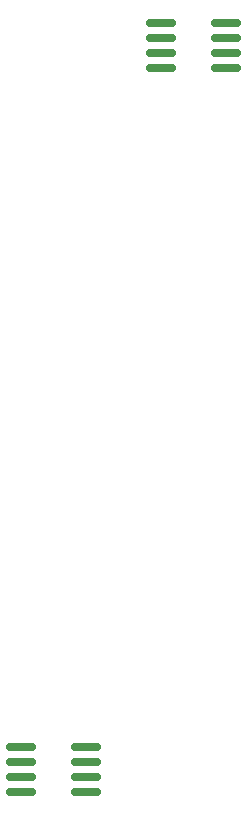
<source format=gtp>
G04 #@! TF.GenerationSoftware,KiCad,Pcbnew,7.0.1*
G04 #@! TF.CreationDate,2023-11-10T14:13:51-08:00*
G04 #@! TF.ProjectId,AtInverter_v1,4174496e-7665-4727-9465-725f76312e6b,v1*
G04 #@! TF.SameCoordinates,Original*
G04 #@! TF.FileFunction,Paste,Top*
G04 #@! TF.FilePolarity,Positive*
%FSLAX46Y46*%
G04 Gerber Fmt 4.6, Leading zero omitted, Abs format (unit mm)*
G04 Created by KiCad (PCBNEW 7.0.1) date 2023-11-10 14:13:51*
%MOMM*%
%LPD*%
G01*
G04 APERTURE LIST*
G04 Aperture macros list*
%AMRoundRect*
0 Rectangle with rounded corners*
0 $1 Rounding radius*
0 $2 $3 $4 $5 $6 $7 $8 $9 X,Y pos of 4 corners*
0 Add a 4 corners polygon primitive as box body*
4,1,4,$2,$3,$4,$5,$6,$7,$8,$9,$2,$3,0*
0 Add four circle primitives for the rounded corners*
1,1,$1+$1,$2,$3*
1,1,$1+$1,$4,$5*
1,1,$1+$1,$6,$7*
1,1,$1+$1,$8,$9*
0 Add four rect primitives between the rounded corners*
20,1,$1+$1,$2,$3,$4,$5,0*
20,1,$1+$1,$4,$5,$6,$7,0*
20,1,$1+$1,$6,$7,$8,$9,0*
20,1,$1+$1,$8,$9,$2,$3,0*%
G04 Aperture macros list end*
%ADD10RoundRect,0.150000X1.100000X0.150000X-1.100000X0.150000X-1.100000X-0.150000X1.100000X-0.150000X0*%
G04 APERTURE END LIST*
D10*
X139104000Y-73152000D03*
X139104000Y-71882000D03*
X139104000Y-70612000D03*
X139104000Y-69342000D03*
X133604000Y-69342000D03*
X133604000Y-70612000D03*
X133604000Y-71882000D03*
X133604000Y-73152000D03*
X127210000Y-134493000D03*
X127210000Y-133223000D03*
X127210000Y-131953000D03*
X127210000Y-130683000D03*
X121710000Y-130683000D03*
X121710000Y-131953000D03*
X121710000Y-133223000D03*
X121710000Y-134493000D03*
M02*

</source>
